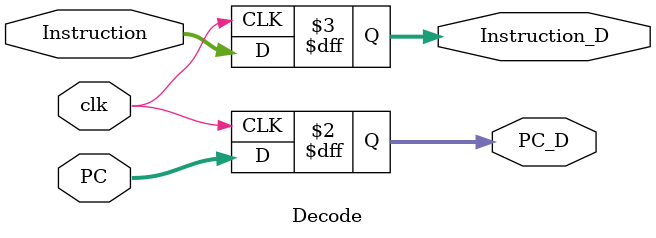
<source format=sv>
module Decode (
    output reg [31:0] PC_D, Instruction_D,
    input [31:0] PC, Instruction, input clk
);
    always @(posedge clk ) begin
        PC_D <= PC;
        Instruction_D <= Instruction;
    end
    
endmodule
</source>
